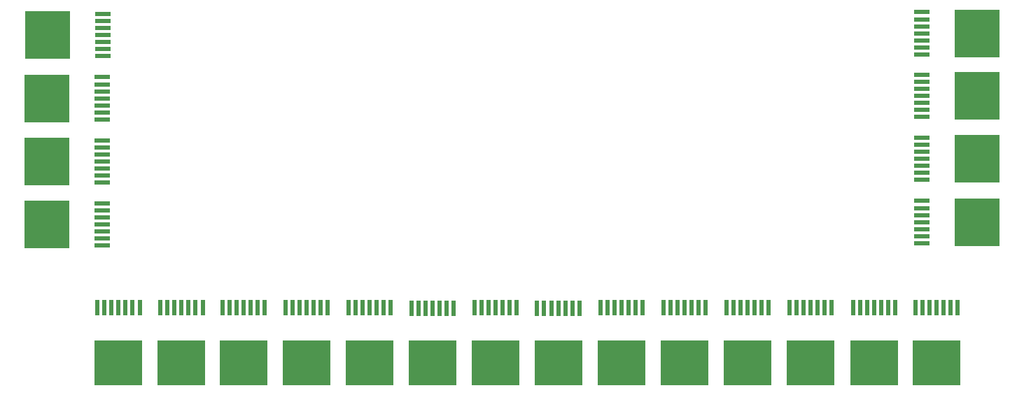
<source format=gbr>
G04 #@! TF.GenerationSoftware,KiCad,Pcbnew,(5.1.5)-3*
G04 #@! TF.CreationDate,2020-10-04T20:12:49-04:00*
G04 #@! TF.ProjectId,rusPDM,72757350-444d-42e6-9b69-6361645f7063,rev?*
G04 #@! TF.SameCoordinates,Original*
G04 #@! TF.FileFunction,Paste,Top*
G04 #@! TF.FilePolarity,Positive*
%FSLAX46Y46*%
G04 Gerber Fmt 4.6, Leading zero omitted, Abs format (unit mm)*
G04 Created by KiCad (PCBNEW (5.1.5)-3) date 2020-10-04 20:12:49*
%MOMM*%
%LPD*%
G04 APERTURE LIST*
%ADD10R,1.830000X0.560000*%
%ADD11R,5.430000X5.730000*%
%ADD12R,0.560000X1.830000*%
%ADD13R,5.730000X5.430000*%
G04 APERTURE END LIST*
D10*
X201080500Y-55826500D03*
X201080500Y-54976500D03*
X201080500Y-54126500D03*
X201080500Y-53276500D03*
X201080500Y-52426500D03*
X201080500Y-51576500D03*
X201080500Y-50726500D03*
D11*
X207760500Y-53276500D03*
D12*
X131702500Y-86525000D03*
X132552500Y-86525000D03*
X133402500Y-86525000D03*
X134252500Y-86525000D03*
X135102500Y-86525000D03*
X135952500Y-86525000D03*
X136802500Y-86525000D03*
D13*
X134252500Y-93205000D03*
D10*
X101966500Y-50917000D03*
X101966500Y-51767000D03*
X101966500Y-52617000D03*
X101966500Y-53467000D03*
X101966500Y-54317000D03*
X101966500Y-55167000D03*
X101966500Y-56017000D03*
D11*
X95286500Y-53467000D03*
D12*
X108969500Y-86525000D03*
X109819500Y-86525000D03*
X110669500Y-86525000D03*
X111519500Y-86525000D03*
X112369500Y-86525000D03*
X113219500Y-86525000D03*
X114069500Y-86525000D03*
D13*
X111519500Y-93205000D03*
D12*
X116462500Y-86525000D03*
X117312500Y-86525000D03*
X118162500Y-86525000D03*
X119012500Y-86525000D03*
X119862500Y-86525000D03*
X120712500Y-86525000D03*
X121562500Y-86525000D03*
D13*
X119012500Y-93205000D03*
D12*
X139336500Y-86550000D03*
X140186500Y-86550000D03*
X141036500Y-86550000D03*
X141886500Y-86550000D03*
X142736500Y-86550000D03*
X143586500Y-86550000D03*
X144436500Y-86550000D03*
D13*
X141886500Y-93230000D03*
D12*
X177422500Y-86525000D03*
X178272500Y-86525000D03*
X179122500Y-86525000D03*
X179972500Y-86525000D03*
X180822500Y-86525000D03*
X181672500Y-86525000D03*
X182522500Y-86525000D03*
D13*
X179972500Y-93205000D03*
D12*
X124082500Y-86525000D03*
X124932500Y-86525000D03*
X125782500Y-86525000D03*
X126632500Y-86525000D03*
X127482500Y-86525000D03*
X128332500Y-86525000D03*
X129182500Y-86525000D03*
D13*
X126632500Y-93205000D03*
D12*
X154536500Y-86550000D03*
X155386500Y-86550000D03*
X156236500Y-86550000D03*
X157086500Y-86550000D03*
X157936500Y-86550000D03*
X158786500Y-86550000D03*
X159636500Y-86550000D03*
D13*
X157086500Y-93230000D03*
D10*
X101903000Y-73904000D03*
X101903000Y-74754000D03*
X101903000Y-75604000D03*
X101903000Y-76454000D03*
X101903000Y-77304000D03*
X101903000Y-78154000D03*
X101903000Y-79004000D03*
D11*
X95223000Y-76454000D03*
D12*
X185042500Y-86525000D03*
X185892500Y-86525000D03*
X186742500Y-86525000D03*
X187592500Y-86525000D03*
X188442500Y-86525000D03*
X189292500Y-86525000D03*
X190142500Y-86525000D03*
D13*
X187592500Y-93205000D03*
D12*
X146942500Y-86525000D03*
X147792500Y-86525000D03*
X148642500Y-86525000D03*
X149492500Y-86525000D03*
X150342500Y-86525000D03*
X151192500Y-86525000D03*
X152042500Y-86525000D03*
D13*
X149492500Y-93205000D03*
D12*
X192726000Y-86525000D03*
X193576000Y-86525000D03*
X194426000Y-86525000D03*
X195276000Y-86525000D03*
X196126000Y-86525000D03*
X196976000Y-86525000D03*
X197826000Y-86525000D03*
D13*
X195276000Y-93205000D03*
D10*
X101903000Y-58600500D03*
X101903000Y-59450500D03*
X101903000Y-60300500D03*
X101903000Y-61150500D03*
X101903000Y-62000500D03*
X101903000Y-62850500D03*
X101903000Y-63700500D03*
D11*
X95223000Y-61150500D03*
D12*
X169802500Y-86525000D03*
X170652500Y-86525000D03*
X171502500Y-86525000D03*
X172352500Y-86525000D03*
X173202500Y-86525000D03*
X174052500Y-86525000D03*
X174902500Y-86525000D03*
D13*
X172352500Y-93205000D03*
D12*
X162182500Y-86525000D03*
X163032500Y-86525000D03*
X163882500Y-86525000D03*
X164732500Y-86525000D03*
X165582500Y-86525000D03*
X166432500Y-86525000D03*
X167282500Y-86525000D03*
D13*
X164732500Y-93205000D03*
D10*
X101903000Y-66284000D03*
X101903000Y-67134000D03*
X101903000Y-67984000D03*
X101903000Y-68834000D03*
X101903000Y-69684000D03*
X101903000Y-70534000D03*
X101903000Y-71384000D03*
D11*
X95223000Y-68834000D03*
D12*
X101349500Y-86525000D03*
X102199500Y-86525000D03*
X103049500Y-86525000D03*
X103899500Y-86525000D03*
X104749500Y-86525000D03*
X105599500Y-86525000D03*
X106449500Y-86525000D03*
D13*
X103899500Y-93205000D03*
D12*
X200282500Y-86525000D03*
X201132500Y-86525000D03*
X201982500Y-86525000D03*
X202832500Y-86525000D03*
X203682500Y-86525000D03*
X204532500Y-86525000D03*
X205382500Y-86525000D03*
D13*
X202832500Y-93205000D03*
D10*
X201080500Y-63383000D03*
X201080500Y-62533000D03*
X201080500Y-61683000D03*
X201080500Y-60833000D03*
X201080500Y-59983000D03*
X201080500Y-59133000D03*
X201080500Y-58283000D03*
D11*
X207760500Y-60833000D03*
D10*
X201080500Y-71003000D03*
X201080500Y-70153000D03*
X201080500Y-69303000D03*
X201080500Y-68453000D03*
X201080500Y-67603000D03*
X201080500Y-66753000D03*
X201080500Y-65903000D03*
D11*
X207760500Y-68453000D03*
D10*
X201080500Y-78686500D03*
X201080500Y-77836500D03*
X201080500Y-76986500D03*
X201080500Y-76136500D03*
X201080500Y-75286500D03*
X201080500Y-74436500D03*
X201080500Y-73586500D03*
D11*
X207760500Y-76136500D03*
M02*

</source>
